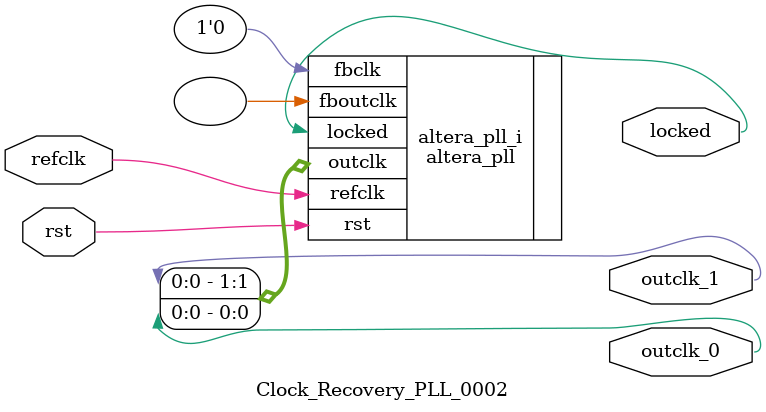
<source format=v>
`timescale 1ns/10ps
module  Clock_Recovery_PLL_0002(

	// interface 'refclk'
	input wire refclk,

	// interface 'reset'
	input wire rst,

	// interface 'outclk0'
	output wire outclk_0,

	// interface 'outclk1'
	output wire outclk_1,

	// interface 'locked'
	output wire locked
);

	altera_pll #(
		.fractional_vco_multiplier("false"),
		.reference_clock_frequency("5.625 MHz"),
		.operation_mode("direct"),
		.number_of_clocks(2),
		.output_clock_frequency0("180.000000 MHz"),
		.phase_shift0("0 ps"),
		.duty_cycle0(50),
		.output_clock_frequency1("1.406250 MHz"),
		.phase_shift1("0 ps"),
		.duty_cycle1(50),
		.output_clock_frequency2("0 MHz"),
		.phase_shift2("0 ps"),
		.duty_cycle2(50),
		.output_clock_frequency3("0 MHz"),
		.phase_shift3("0 ps"),
		.duty_cycle3(50),
		.output_clock_frequency4("0 MHz"),
		.phase_shift4("0 ps"),
		.duty_cycle4(50),
		.output_clock_frequency5("0 MHz"),
		.phase_shift5("0 ps"),
		.duty_cycle5(50),
		.output_clock_frequency6("0 MHz"),
		.phase_shift6("0 ps"),
		.duty_cycle6(50),
		.output_clock_frequency7("0 MHz"),
		.phase_shift7("0 ps"),
		.duty_cycle7(50),
		.output_clock_frequency8("0 MHz"),
		.phase_shift8("0 ps"),
		.duty_cycle8(50),
		.output_clock_frequency9("0 MHz"),
		.phase_shift9("0 ps"),
		.duty_cycle9(50),
		.output_clock_frequency10("0 MHz"),
		.phase_shift10("0 ps"),
		.duty_cycle10(50),
		.output_clock_frequency11("0 MHz"),
		.phase_shift11("0 ps"),
		.duty_cycle11(50),
		.output_clock_frequency12("0 MHz"),
		.phase_shift12("0 ps"),
		.duty_cycle12(50),
		.output_clock_frequency13("0 MHz"),
		.phase_shift13("0 ps"),
		.duty_cycle13(50),
		.output_clock_frequency14("0 MHz"),
		.phase_shift14("0 ps"),
		.duty_cycle14(50),
		.output_clock_frequency15("0 MHz"),
		.phase_shift15("0 ps"),
		.duty_cycle15(50),
		.output_clock_frequency16("0 MHz"),
		.phase_shift16("0 ps"),
		.duty_cycle16(50),
		.output_clock_frequency17("0 MHz"),
		.phase_shift17("0 ps"),
		.duty_cycle17(50),
		.pll_type("General"),
		.pll_subtype("General")
	) altera_pll_i (
		.rst	(rst),
		.outclk	({outclk_1, outclk_0}),
		.locked	(locked),
		.fboutclk	( ),
		.fbclk	(1'b0),
		.refclk	(refclk)
	);
endmodule


</source>
